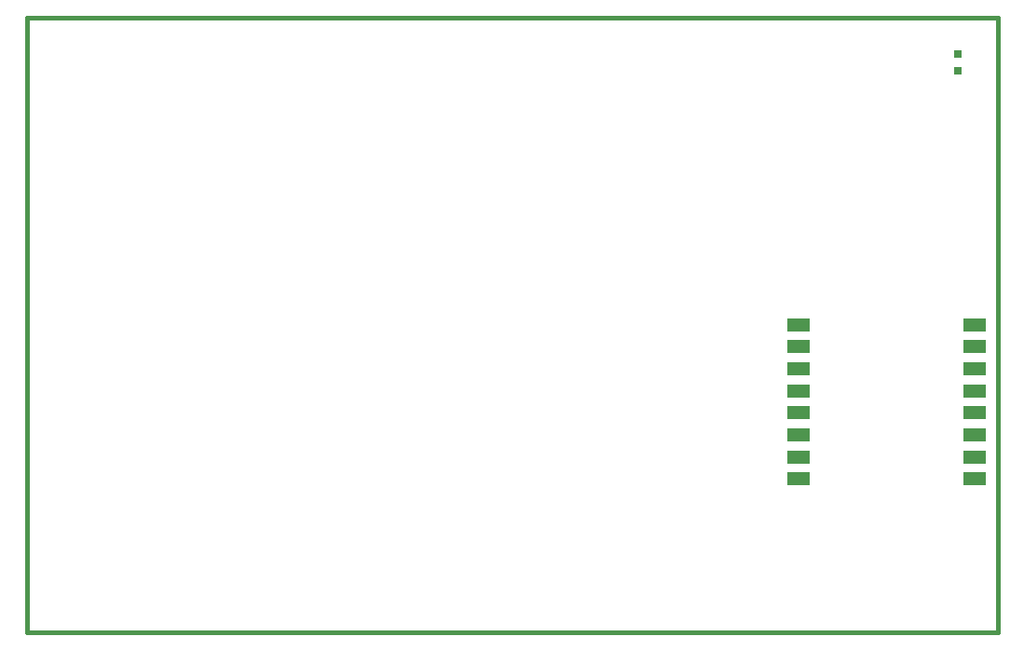
<source format=gtp>
G75*
%MOIN*%
%OFA0B0*%
%FSLAX25Y25*%
%IPPOS*%
%LPD*%
%AMOC8*
5,1,8,0,0,1.08239X$1,22.5*
%
%ADD10C,0.01600*%
%ADD11R,0.03150X0.03150*%
%ADD12R,0.07874X0.05118*%
D10*
X0001800Y0005000D02*
X0349300Y0005000D01*
X0349300Y0225000D01*
X0001800Y0225000D01*
X0001800Y0005000D01*
D11*
X0334871Y0206063D03*
X0334871Y0211969D03*
D12*
X0340796Y0115059D03*
X0340796Y0107185D03*
X0340796Y0099311D03*
X0340796Y0091437D03*
X0340796Y0083563D03*
X0340796Y0075689D03*
X0340796Y0067815D03*
X0340796Y0059941D03*
X0277804Y0059941D03*
X0277804Y0067815D03*
X0277804Y0075689D03*
X0277804Y0083563D03*
X0277804Y0091437D03*
X0277804Y0099311D03*
X0277804Y0107185D03*
X0277804Y0115059D03*
M02*

</source>
